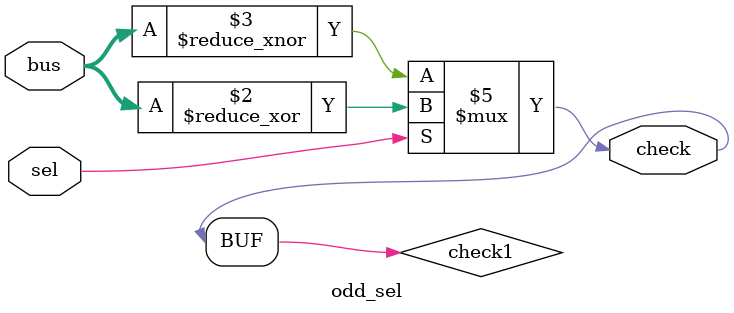
<source format=v>
`timescale 1ns/1ns
module odd_sel(
input [31:0] bus,
input sel,
output check
);
    reg check1;
//*************code***********//
    always@(*)
        begin
            if(sel)
                check1=^bus;
            else
                check1=~^bus;
        end
            
assign check=check1;
//*************code***********//
endmodule

</source>
